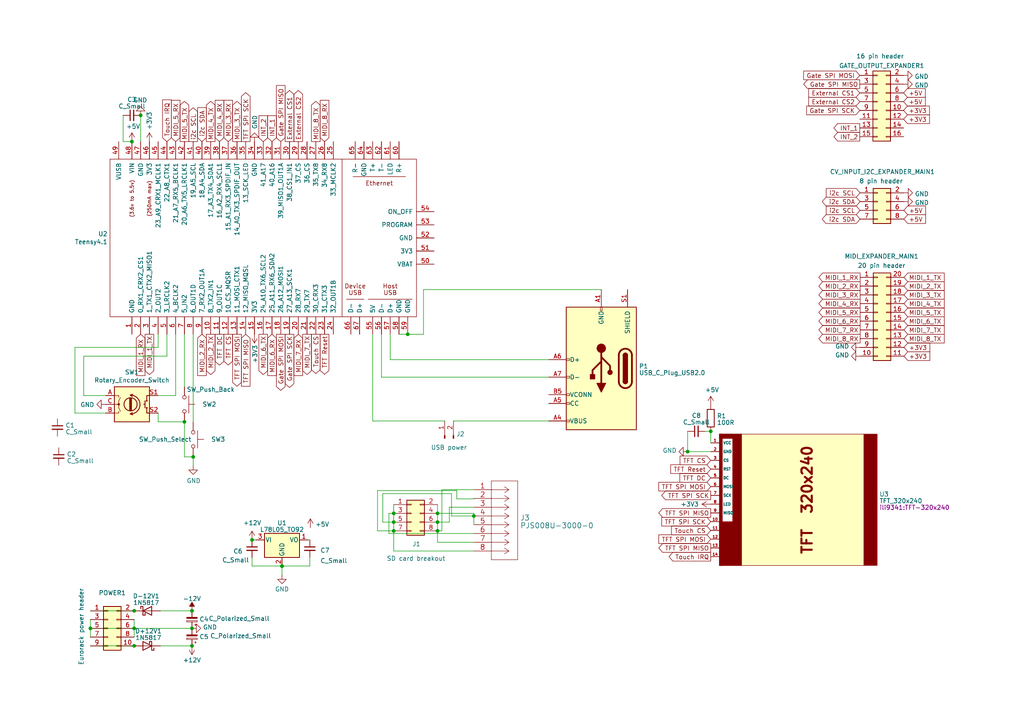
<source format=kicad_sch>
(kicad_sch (version 20230121) (generator eeschema)
  (paper "A4")
  (lib_symbols
    (symbol "2023-04-07_14-22-102:PJS008U-3000-0" (pin_names (offset 0.254) hide)
      (property "Reference" "J" (at 8.89 6.35 0))
      (property "Value" "PJS008U-3000-0" (at 10.16 -10.16 0))
      (symbol "PJS008U-3000-0_1_1"
        (pin bidirectional line (at 0 0 0) (length 5.08) (name "DAT2") (number "1"))
        (pin unspecified line (at 0 -2.54 0) (length 5.08) (name "CD/DAT3") (number "2"))
        (pin unspecified line (at 0 -5.08 0) (length 5.08) (name "CMD") (number "3"))
        (pin power_in line (at 0 -7.62 0) (length 5.08) (name "VDD") (number "4"))
        (pin unspecified line (at 0 -10.16 0) (length 5.08) (name "CLK") (number "5"))
        (pin power_in line (at 0 -12.7 0) (length 5.08) (name "VSS") (number "6"))
        (pin bidirectional line (at 0 -15.24 0) (length 5.08) (name "DAT0") (number "7"))
        (pin bidirectional line (at 0 -17.78 0) (length 5.08) (name "DAT1") (number "8"))
      )
    )
    (symbol "Connector:Conn_01x02_Pin" (pin_names (offset 1.016) hide)
      (property "Reference" "J" (at 0 2.54 0))
      (property "Value" "Conn_01x02_Pin" (at 0 -5.08 0))
      (symbol "Conn_01x02_Pin_1_1"
        (pin passive line (at 5.08 0 180) (length 3.81) (name "Pin_1") (number "1"))
        (pin passive line (at 5.08 -2.54 180) (length 3.81) (name "Pin_2") (number "2"))
      )
    )
    (symbol "Connector:USB_C_Plug_USB2.0" (pin_names (offset 1.016))
      (property "Reference" "P" (at -10.16 19.05 0))
      (property "Value" "USB_C_Plug_USB2.0" (at 12.7 19.05 0))
      (symbol "USB_C_Plug_USB2.0_1_1"
        (pin passive line (at 0 -22.86 90) (length 5.08) (name "GND") (number "A1"))
        (pin passive line (at 0 -22.86 90) (length 5.08) hide (name "GND") (number "A12"))
        (pin passive line (at 15.24 15.24 180) (length 5.08) (name "VBUS") (number "A4"))
        (pin bidirectional line (at 15.24 10.16 180) (length 5.08) (name "CC") (number "A5"))
        (pin bidirectional line (at 15.24 -2.54 180) (length 5.08) (name "D+") (number "A6"))
        (pin bidirectional line (at 15.24 2.54 180) (length 5.08) (name "D-") (number "A7"))
        (pin passive line (at 15.24 15.24 180) (length 5.08) hide (name "VBUS") (number "A9"))
        (pin passive line (at 0 -22.86 90) (length 5.08) hide (name "GND") (number "B1"))
        (pin passive line (at 0 -22.86 90) (length 5.08) hide (name "GND") (number "B12"))
        (pin passive line (at 15.24 15.24 180) (length 5.08) hide (name "VBUS") (number "B4"))
        (pin bidirectional line (at 15.24 7.62 180) (length 5.08) (name "VCONN") (number "B5"))
        (pin passive line (at 15.24 15.24 180) (length 5.08) hide (name "VBUS") (number "B9"))
        (pin passive line (at -7.62 -22.86 90) (length 5.08) (name "SHIELD") (number "S1"))
      )
    )
    (symbol "Connector_Generic:Conn_02x04_Odd_Even" (pin_names (offset 1.016) hide)
      (property "Reference" "J" (at 1.27 5.08 0))
      (property "Value" "Conn_02x04_Odd_Even" (at 1.27 -7.62 0))
      (symbol "Conn_02x04_Odd_Even_1_1"
        (pin passive line (at -5.08 2.54 0) (length 3.81) (name "Pin_1") (number "1"))
        (pin passive line (at 7.62 2.54 180) (length 3.81) (name "Pin_2") (number "2"))
        (pin passive line (at -5.08 0 0) (length 3.81) (name "Pin_3") (number "3"))
        (pin passive line (at 7.62 0 180) (length 3.81) (name "Pin_4") (number "4"))
        (pin passive line (at -5.08 -2.54 0) (length 3.81) (name "Pin_5") (number "5"))
        (pin passive line (at 7.62 -2.54 180) (length 3.81) (name "Pin_6") (number "6"))
        (pin passive line (at -5.08 -5.08 0) (length 3.81) (name "Pin_7") (number "7"))
        (pin passive line (at 7.62 -5.08 180) (length 3.81) (name "Pin_8") (number "8"))
      )
    )
    (symbol "Connector_Generic:Conn_02x05_Odd_Even" (pin_names (offset 1.016) hide)
      (property "Reference" "J" (at 1.27 7.62 0))
      (property "Value" "Conn_02x05_Odd_Even" (at 1.27 -7.62 0))
      (symbol "Conn_02x05_Odd_Even_1_1"
        (pin passive line (at -5.08 5.08 0) (length 3.81) (name "Pin_1") (number "1"))
        (pin passive line (at 7.62 -5.08 180) (length 3.81) (name "Pin_10") (number "10"))
        (pin passive line (at 7.62 5.08 180) (length 3.81) (name "Pin_2") (number "2"))
        (pin passive line (at -5.08 2.54 0) (length 3.81) (name "Pin_3") (number "3"))
        (pin passive line (at 7.62 2.54 180) (length 3.81) (name "Pin_4") (number "4"))
        (pin passive line (at -5.08 0 0) (length 3.81) (name "Pin_5") (number "5"))
        (pin passive line (at 7.62 0 180) (length 3.81) (name "Pin_6") (number "6"))
        (pin passive line (at -5.08 -2.54 0) (length 3.81) (name "Pin_7") (number "7"))
        (pin passive line (at 7.62 -2.54 180) (length 3.81) (name "Pin_8") (number "8"))
        (pin passive line (at -5.08 -5.08 0) (length 3.81) (name "Pin_9") (number "9"))
      )
    )
    (symbol "Connector_Generic:Conn_02x08_Odd_Even" (pin_names (offset 1.016) hide)
      (property "Reference" "J" (at 1.27 10.16 0))
      (property "Value" "Conn_02x08_Odd_Even" (at 1.27 -12.7 0))
      (symbol "Conn_02x08_Odd_Even_1_1"
        (pin passive line (at -5.08 7.62 0) (length 3.81) (name "Pin_1") (number "1"))
        (pin passive line (at 7.62 -2.54 180) (length 3.81) (name "Pin_10") (number "10"))
        (pin passive line (at -5.08 -5.08 0) (length 3.81) (name "Pin_11") (number "11"))
        (pin passive line (at 7.62 -5.08 180) (length 3.81) (name "Pin_12") (number "12"))
        (pin passive line (at -5.08 -7.62 0) (length 3.81) (name "Pin_13") (number "13"))
        (pin passive line (at 7.62 -7.62 180) (length 3.81) (name "Pin_14") (number "14"))
        (pin passive line (at -5.08 -10.16 0) (length 3.81) (name "Pin_15") (number "15"))
        (pin passive line (at 7.62 -10.16 180) (length 3.81) (name "Pin_16") (number "16"))
        (pin passive line (at 7.62 7.62 180) (length 3.81) (name "Pin_2") (number "2"))
        (pin passive line (at -5.08 5.08 0) (length 3.81) (name "Pin_3") (number "3"))
        (pin passive line (at 7.62 5.08 180) (length 3.81) (name "Pin_4") (number "4"))
        (pin passive line (at -5.08 2.54 0) (length 3.81) (name "Pin_5") (number "5"))
        (pin passive line (at 7.62 2.54 180) (length 3.81) (name "Pin_6") (number "6"))
        (pin passive line (at -5.08 0 0) (length 3.81) (name "Pin_7") (number "7"))
        (pin passive line (at 7.62 0 180) (length 3.81) (name "Pin_8") (number "8"))
        (pin passive line (at -5.08 -2.54 0) (length 3.81) (name "Pin_9") (number "9"))
      )
    )
    (symbol "Connector_Generic:Conn_02x10_Counter_Clockwise" (pin_names (offset 1.016) hide)
      (property "Reference" "J" (at 1.27 12.7 0))
      (property "Value" "Conn_02x10_Counter_Clockwise" (at 1.27 -15.24 0))
      (symbol "Conn_02x10_Counter_Clockwise_1_1"
        (pin passive line (at -5.08 10.16 0) (length 3.81) (name "Pin_1") (number "1"))
        (pin passive line (at -5.08 -12.7 0) (length 3.81) (name "Pin_10") (number "10"))
        (pin passive line (at 7.62 -12.7 180) (length 3.81) (name "Pin_11") (number "11"))
        (pin passive line (at 7.62 -10.16 180) (length 3.81) (name "Pin_12") (number "12"))
        (pin passive line (at 7.62 -7.62 180) (length 3.81) (name "Pin_13") (number "13"))
        (pin passive line (at 7.62 -5.08 180) (length 3.81) (name "Pin_14") (number "14"))
        (pin passive line (at 7.62 -2.54 180) (length 3.81) (name "Pin_15") (number "15"))
        (pin passive line (at 7.62 0 180) (length 3.81) (name "Pin_16") (number "16"))
        (pin passive line (at 7.62 2.54 180) (length 3.81) (name "Pin_17") (number "17"))
        (pin passive line (at 7.62 5.08 180) (length 3.81) (name "Pin_18") (number "18"))
        (pin passive line (at 7.62 7.62 180) (length 3.81) (name "Pin_19") (number "19"))
        (pin passive line (at -5.08 7.62 0) (length 3.81) (name "Pin_2") (number "2"))
        (pin passive line (at 7.62 10.16 180) (length 3.81) (name "Pin_20") (number "20"))
        (pin passive line (at -5.08 5.08 0) (length 3.81) (name "Pin_3") (number "3"))
        (pin passive line (at -5.08 2.54 0) (length 3.81) (name "Pin_4") (number "4"))
        (pin passive line (at -5.08 0 0) (length 3.81) (name "Pin_5") (number "5"))
        (pin passive line (at -5.08 -2.54 0) (length 3.81) (name "Pin_6") (number "6"))
        (pin passive line (at -5.08 -5.08 0) (length 3.81) (name "Pin_7") (number "7"))
        (pin passive line (at -5.08 -7.62 0) (length 3.81) (name "Pin_8") (number "8"))
        (pin passive line (at -5.08 -10.16 0) (length 3.81) (name "Pin_9") (number "9"))
      )
    )
    (symbol "Device:C_Polarized_Small" (pin_numbers hide) (pin_names (offset 0.254) hide)
      (property "Reference" "C" (at 0.254 1.778 0))
      (property "Value" "C_Polarized_Small" (at 0.254 -2.032 0))
      (symbol "C_Polarized_Small_1_1"
        (pin passive line (at 0 2.54 270) (length 1.8542) (name "~") (number "1"))
        (pin passive line (at 0 -2.54 90) (length 1.8542) (name "~") (number "2"))
      )
    )
    (symbol "Device:C_Small" (pin_numbers hide) (pin_names (offset 0.254) hide)
      (property "Reference" "C" (at 0.254 1.778 0))
      (property "Value" "C_Small" (at 0.254 -2.032 0))
      (symbol "C_Small_1_1"
        (pin passive line (at 0 2.54 270) (length 2.032) (name "~") (number "1"))
        (pin passive line (at 0 -2.54 90) (length 2.032) (name "~") (number "2"))
      )
    )
    (symbol "Device:R" (pin_numbers hide) (pin_names (offset 0))
      (property "Reference" "R" (at 2.032 0 90))
      (property "Value" "R" (at 0 0 90))
      (symbol "R_1_1"
        (pin passive line (at 0 3.81 270) (length 1.27) (name "~") (number "1"))
        (pin passive line (at 0 -3.81 90) (length 1.27) (name "~") (number "2"))
      )
    )
    (symbol "Diode:1N5817" (pin_numbers hide) (pin_names (offset 1.016) hide)
      (property "Reference" "D" (at 0 2.54 0))
      (property "Value" "1N5817" (at 0 -2.54 0))
      (symbol "1N5817_1_1"
        (pin passive line (at -3.81 0 0) (length 2.54) (name "K") (number "1"))
        (pin passive line (at 3.81 0 180) (length 2.54) (name "A") (number "2"))
      )
    )
    (symbol "Regulator_Linear:L78L05_TO92" (pin_names (offset 0.254))
      (property "Reference" "U" (at -3.81 3.175 0))
      (property "Value" "L78L05_TO92" (at 0 3.175 0))
      (symbol "L78L05_TO92_1_1"
        (pin power_out line (at 7.62 0 180) (length 2.54) (name "VO") (number "1"))
        (pin power_in line (at 0 -7.62 90) (length 2.54) (name "GND") (number "2"))
        (pin power_in line (at -7.62 0 0) (length 2.54) (name "VI") (number "3"))
      )
    )
    (symbol "Switch:SW_Push" (pin_numbers hide) (pin_names (offset 1.016) hide)
      (property "Reference" "SW" (at 1.27 2.54 0))
      (property "Value" "SW_Push" (at 0 -1.524 0))
      (symbol "SW_Push_0_1"
        (pin passive line (at -5.08 0 0) (length 2.54) (name "1") (number "1"))
        (pin passive line (at 5.08 0 180) (length 2.54) (name "2") (number "2"))
      )
    )
    (symbol "power:+12V" (power) (pin_names (offset 0))
      (property "Value" "+12V" (at 0 3.556 0))
      (symbol "+12V_1_1"
        (pin power_in line (at 0 0 90) (length 0) hide (name "+12V") (number "1"))
      )
    )
    (symbol "power:+3V3" (power) (pin_names (offset 0))
      (property "Value" "+3V3" (at 0 3.556 0))
      (symbol "+3V3_1_1"
        (pin power_in line (at 0 0 90) (length 0) hide (name "+3V3") (number "1"))
      )
    )
    (symbol "power:+5V" (power) (pin_names (offset 0))
      (property "Value" "+5V" (at 0 3.556 0))
      (symbol "+5V_1_1"
        (pin power_in line (at 0 0 90) (length 0) hide (name "+5V") (number "1"))
      )
    )
    (symbol "power:-12V" (power) (pin_names (offset 0))
      (property "Value" "-12V" (at 0 3.81 0))
      (symbol "-12V_0_0"
        (pin power_in line (at 0 0 90) (length 0) hide (name "-12V") (number "1"))
      )
    )
    (symbol "power:GND" (power) (pin_names (offset 0))
      (property "Value" "GND" (at 0 -3.81 0))
      (symbol "GND_1_1"
        (pin power_in line (at 0 0 270) (length 0) hide (name "GND") (number "1"))
      )
    )
    (symbol "tft_320x240:TFT_320x240" (pin_names (offset 1.016))
      (property "Reference" "U?" (at 20.32 25.4001 0))
      (property "Value" "TFT_320x240" (at 20.32 22.8601 0))
      (property "Footprint" "z_Devices:TFT-320x240" (at 20.32 20.3201 0))
      (symbol "TFT_320x240_0_0"
        (text "TFT  320x240" (at 0 25.4 0) (effects (font (size 2.9972 2.9972) bold)))
      )
      (symbol "TFT_320x240_1_1"
        (pin power_in line (at -16.51 -2.54 90) (length 2.54) (name "VCC") (number "1"))
        (pin bidirectional line (at 6.35 -2.54 90) (length 2.54) (name "~") (number "10"))
        (pin bidirectional line (at 8.89 -2.54 90) (length 2.54) (name "~") (number "11"))
        (pin bidirectional line (at 11.43 -2.54 90) (length 2.54) (name "~") (number "12"))
        (pin bidirectional line (at 13.97 -2.54 90) (length 2.54) (name "~") (number "13"))
        (pin bidirectional line (at 16.51 -2.54 90) (length 2.54) (name "~") (number "14"))
        (pin bidirectional line (at -13.97 -2.54 90) (length 2.54) (name "GND") (number "2"))
        (pin bidirectional line (at -11.43 -2.54 90) (length 2.54) (name "CS") (number "3"))
        (pin bidirectional line (at -8.89 -2.54 90) (length 2.54) (name "RST") (number "4"))
        (pin bidirectional line (at -6.35 -2.54 90) (length 2.54) (name "DC") (number "5"))
        (pin bidirectional line (at -3.81 -2.54 90) (length 2.54) (name "MOSI") (number "6"))
        (pin bidirectional line (at -1.27 -2.54 90) (length 2.54) (name "SCK") (number "7"))
        (pin power_in line (at 1.27 -2.54 90) (length 2.54) (name "LED") (number "8"))
        (pin bidirectional line (at 3.81 -2.54 90) (length 2.54) (name "MISO") (number "9"))
      )
    )
    (symbol "usb_midi_clocker circuits-rescue:Rotary_Encoder_Switch-Device" (pin_names (offset 0.254) hide)
      (property "Reference" "SW" (at 0 6.604 0))
      (property "Value" "Device_Rotary_Encoder_Switch" (at 0 -6.604 0))
      (symbol "Rotary_Encoder_Switch-Device_1_1"
        (pin passive line (at -7.62 2.54 0) (length 2.54) (name "A") (number "A"))
        (pin passive line (at -7.62 -2.54 0) (length 2.54) (name "B") (number "B"))
        (pin passive line (at -7.62 0 0) (length 2.54) (name "C") (number "C"))
        (pin passive line (at 7.62 2.54 180) (length 2.54) (name "S1") (number "S1"))
        (pin passive line (at 7.62 -2.54 180) (length 2.54) (name "S2") (number "S2"))
      )
    )
    (symbol "usb_midi_clocker circuits-rescue:Teensy4.1-teensy" (pin_names (offset 1.016))
      (property "Reference" "U" (at 0 64.77 0))
      (property "Value" "teensy_Teensy4.1" (at 0 62.23 0))
      (symbol "Teensy4.1-teensy_0_0"
        (text "(250mA max)" (at 11.43 49.53 0) (effects (font (size 1.016 1.016))))
        (text "(3.6v to 5.5v)" (at 11.43 54.61 0) (effects (font (size 1.016 1.016))))
        (text "Device" (at -13.97 -10.16 900) (effects (font (size 1.27 1.27))))
        (text "Ethernet" (at 15.875 -17.145 900) (effects (font (size 1.27 1.27))))
        (text "Host" (at -13.97 -20.32 900) (effects (font (size 1.27 1.27))))
        (text "USB" (at -15.875 -20.32 900) (effects (font (size 1.27 1.27))))
        (text "USB" (at -15.875 -10.16 900) (effects (font (size 1.27 1.27))))
        (pin bidirectional line (at -27.94 31.75 0) (length 5.08) (name "8_TX2_IN1") (number "10"))
        (pin bidirectional line (at -27.94 29.21 0) (length 5.08) (name "9_OUT1C") (number "11"))
        (pin bidirectional line (at -27.94 26.67 0) (length 5.08) (name "10_CS_MQSR") (number "12"))
        (pin bidirectional line (at -27.94 24.13 0) (length 5.08) (name "11_MOSI_CTX1") (number "13"))
        (pin bidirectional line (at -27.94 21.59 0) (length 5.08) (name "12_MISO_MQSL") (number "14"))
        (pin power_in line (at -27.94 19.05 0) (length 5.08) (name "3V3") (number "15"))
        (pin bidirectional line (at -27.94 16.51 0) (length 5.08) (name "24_A10_TX6_SCL2") (number "16"))
        (pin bidirectional line (at -27.94 13.97 0) (length 5.08) (name "25_A11_RX6_SDA2") (number "17"))
        (pin bidirectional line (at -27.94 11.43 0) (length 5.08) (name "26_A12_MOSI1") (number "18"))
        (pin bidirectional line (at -27.94 8.89 0) (length 5.08) (name "27_A13_SCK1") (number "19"))
        (pin bidirectional line (at -27.94 6.35 0) (length 5.08) (name "28_RX7") (number "20"))
        (pin bidirectional line (at -27.94 3.81 0) (length 5.08) (name "29_TX7") (number "21"))
        (pin bidirectional line (at -27.94 1.27 0) (length 5.08) (name "30_CRX3") (number "22"))
        (pin bidirectional line (at -27.94 -1.27 0) (length 5.08) (name "31_CTX3") (number "23"))
        (pin bidirectional line (at -27.94 -3.81 0) (length 5.08) (name "32_OUT1B") (number "24"))
        (pin bidirectional line (at 27.94 -3.81 180) (length 5.08) (name "33_MCLK2") (number "25"))
        (pin bidirectional line (at 27.94 -1.27 180) (length 5.08) (name "34_RX8") (number "26"))
        (pin bidirectional line (at 27.94 1.27 180) (length 5.08) (name "35_TX8") (number "27"))
        (pin bidirectional line (at 27.94 3.81 180) (length 5.08) (name "36_CS") (number "28"))
        (pin bidirectional line (at 27.94 6.35 180) (length 5.08) (name "37_CS") (number "29"))
        (pin bidirectional line (at 27.94 8.89 180) (length 5.08) (name "38_CS1_IN1") (number "30"))
        (pin bidirectional line (at 27.94 11.43 180) (length 5.08) (name "39_MISO1_OUT1A") (number "31"))
        (pin bidirectional line (at 27.94 13.97 180) (length 5.08) (name "40_A16") (number "32"))
        (pin bidirectional line (at 27.94 16.51 180) (length 5.08) (name "41_A17") (number "33"))
        (pin bidirectional line (at 27.94 21.59 180) (length 5.08) (name "13_SCK_LED") (number "35"))
        (pin bidirectional line (at 27.94 24.13 180) (length 5.08) (name "14_A0_TX3_SPDIF_OUT") (number "36"))
        (pin bidirectional line (at 27.94 26.67 180) (length 5.08) (name "15_A1_RX3_SPDIF_IN") (number "37"))
        (pin bidirectional line (at 27.94 29.21 180) (length 5.08) (name "16_A2_RX4_SCL1") (number "38"))
        (pin bidirectional line (at 27.94 31.75 180) (length 5.08) (name "17_A3_TX4_SDA1") (number "39"))
        (pin bidirectional line (at 27.94 34.29 180) (length 5.08) (name "18_A4_SDA") (number "40"))
        (pin bidirectional line (at 27.94 36.83 180) (length 5.08) (name "19_A5_SCL") (number "41"))
        (pin bidirectional line (at 27.94 39.37 180) (length 5.08) (name "20_A6_TX5_LRCLK1") (number "42"))
        (pin bidirectional line (at 27.94 41.91 180) (length 5.08) (name "21_A7_RX5_BCLK1") (number "43"))
        (pin bidirectional line (at 27.94 44.45 180) (length 5.08) (name "22_A8_CTX1") (number "44"))
        (pin bidirectional line (at 27.94 46.99 180) (length 5.08) (name "23_A9_CRX1_MCLK1") (number "45"))
        (pin output line (at 27.94 49.53 180) (length 5.08) (name "3V3") (number "46"))
        (pin output line (at 27.94 52.07 180) (length 5.08) (name "GND") (number "47"))
        (pin power_in line (at 27.94 54.61 180) (length 5.08) (name "VIN") (number "48"))
        (pin power_out line (at 27.94 58.42 180) (length 5.08) (name "VUSB") (number "49"))
        (pin bidirectional line (at -27.94 44.45 0) (length 5.08) (name "3_LRCLK2") (number "5"))
        (pin power_in line (at -7.62 -33.02 90) (length 5.08) (name "VBAT") (number "50"))
        (pin power_in line (at -3.81 -33.02 90) (length 5.08) (name "3V3") (number "51"))
        (pin input line (at 0 -33.02 90) (length 5.08) (name "GND") (number "52"))
        (pin input line (at 3.81 -33.02 90) (length 5.08) (name "PROGRAM") (number "53"))
        (pin input line (at 7.62 -33.02 90) (length 5.08) (name "ON_OFF") (number "54"))
        (pin power_out line (at -27.94 -15.24 0) (length 5.08) (name "5V") (number "55"))
        (pin bidirectional line (at -27.94 -17.78 0) (length 5.08) (name "D-") (number "56"))
        (pin bidirectional line (at -27.94 -20.32 0) (length 5.08) (name "D+") (number "57"))
        (pin power_in line (at -27.94 -22.86 0) (length 5.08) (name "GND") (number "58"))
        (pin power_in line (at -27.94 -25.4 0) (length 5.08) (name "GND") (number "59"))
        (pin bidirectional line (at -27.94 41.91 0) (length 5.08) (name "4_BCLK2") (number "6"))
        (pin bidirectional line (at 27.94 -22.86 180) (length 5.08) (name "R+") (number "60"))
        (pin bidirectional line (at 27.94 -20.32 180) (length 5.08) (name "LED") (number "61"))
        (pin bidirectional line (at 27.94 -17.78 180) (length 5.08) (name "T-") (number "62"))
        (pin bidirectional line (at 27.94 -15.24 180) (length 5.08) (name "T+") (number "63"))
        (pin power_in line (at 27.94 -12.7 180) (length 5.08) (name "GND") (number "64"))
        (pin bidirectional line (at 27.94 -10.16 180) (length 5.08) (name "R-") (number "65"))
        (pin bidirectional line (at -27.94 -8.89 0) (length 5.08) (name "D-") (number "66"))
        (pin bidirectional line (at -27.94 -11.43 0) (length 5.08) (name "D+") (number "67"))
        (pin bidirectional line (at -27.94 39.37 0) (length 5.08) (name "5_IN2") (number "7"))
        (pin bidirectional line (at -27.94 36.83 0) (length 5.08) (name "6_OUT1D") (number "8"))
        (pin bidirectional line (at -27.94 34.29 0) (length 5.08) (name "7_RX2_OUT1A") (number "9"))
      )
      (symbol "Teensy4.1-teensy_1_1"
        (pin power_in line (at -27.94 54.61 0) (length 5.08) (name "GND") (number "1"))
        (pin bidirectional line (at -27.94 52.07 0) (length 5.08) (name "0_RX1_CRX2_CS1") (number "2"))
        (pin bidirectional line (at -27.94 49.53 0) (length 5.08) (name "1_TX1_CTX2_MISO1") (number "3"))
        (pin power_in line (at 27.94 19.05 180) (length 5.08) (name "GND") (number "34"))
        (pin bidirectional line (at -27.94 46.99 0) (length 5.08) (name "2_OUT2") (number "4"))
      )
    )
  )
  (junction (at 55.6768 177.165))
  (junction (at 118.2624 96.9518))
  (junction (at 55.6768 187.325))
  (junction (at 81.788 164.211))
  (junction (at 126.8984 148.8948))
  (junction (at 126.8984 153.9748))
  (junction (at 81.788 164.1602))
  (junction (at 38.9128 182.245))
  (junction (at 114.1984 153.9748))
  (junction (at 40.7924 33.4518))
  (junction (at 53.4924 122.3518))
  (junction (at 38.2524 41.0718))
  (junction (at 73.1012 156.591))
  (junction (at 206.1464 125.095))
  (junction (at 56.0324 132.5118))
  (junction (at 38.9128 187.325))
  (junction (at 55.6768 182.245))
  (junction (at 38.9128 177.165))
  (junction (at 199.4408 130.9878))
  (junction (at 126.8984 151.4348))
  (junction (at 114.1984 151.4348))
  (junction (at 114.1984 148.8948))
  (junction (at 137.4394 149.6568))
  (junction (at 26.2128 182.245))
  (wire (pts (xy 126.8984 153.9748) (xy 128.1684 153.9748)))
  (wire (pts (xy 137.4394 148.8948) (xy 137.4394 149.6568)))
  (wire (pts (xy 122.8344 83.9978) (xy 122.8344 96.9518)))
  (wire (pts (xy 38.9128 179.705) (xy 38.9128 182.245)))
  (wire (pts (xy 126.8984 151.4348) (xy 130.3274 151.4348)))
  (wire (pts (xy 174.3964 83.9978) (xy 122.8344 83.9978)))
  (wire (pts (xy 73.1012 156.591) (xy 74.168 156.591)))
  (wire (pts (xy 130.3274 147.1168) (xy 137.4394 147.1168)))
  (wire (pts (xy 24.2824 114.7318) (xy 30.6324 114.7318)))
  (wire (pts (xy 204.5208 125.095) (xy 206.1464 125.095)))
  (wire (pts (xy 109.4994 142.2908) (xy 132.4864 142.2908)))
  (wire (pts (xy 126.8984 157.2768) (xy 137.4394 157.2768)))
  (wire (pts (xy 81.788 164.1602) (xy 81.788 164.211)))
  (wire (pts (xy 110.6424 109.3978) (xy 159.1564 109.3978)))
  (wire (pts (xy 89.8652 164.1602) (xy 81.788 164.1602)))
  (wire (pts (xy 46.5328 187.325) (xy 55.6768 187.325)))
  (wire (pts (xy 114.1984 151.4348) (xy 114.1984 153.9748)))
  (wire (pts (xy 112.8014 148.8948) (xy 112.8014 154.7368)))
  (wire (pts (xy 26.2128 182.245) (xy 38.9128 182.245)))
  (wire (pts (xy 199.4408 125.095) (xy 199.4408 130.9878)))
  (wire (pts (xy 114.1984 159.8168) (xy 137.4394 159.8168)))
  (wire (pts (xy 126.8984 153.9748) (xy 126.8984 157.2768)))
  (wire (pts (xy 73.1012 161.671) (xy 73.1012 164.1602)))
  (wire (pts (xy 132.4864 144.7038) (xy 137.4394 144.7038)))
  (wire (pts (xy 35.7124 41.0718) (xy 38.2524 41.0718)))
  (wire (pts (xy 114.1984 151.4348) (xy 111.0234 151.4348)))
  (wire (pts (xy 56.0324 132.5118) (xy 56.0324 135.0518)))
  (wire (pts (xy 114.1984 146.3548) (xy 114.1984 148.8948)))
  (wire (pts (xy 45.8724 122.3518) (xy 53.4924 122.3518)))
  (wire (pts (xy 109.4994 153.9748) (xy 109.4994 142.2908)))
  (wire (pts (xy 26.2128 187.325) (xy 38.9128 187.325)))
  (wire (pts (xy 38.9128 182.245) (xy 38.9128 184.785)))
  (wire (pts (xy 131.5212 122.0978) (xy 159.1564 122.0978)))
  (wire (pts (xy 114.1984 148.8948) (xy 112.8014 148.8948)))
  (wire (pts (xy 26.2128 177.165) (xy 38.9128 177.165)))
  (wire (pts (xy 45.8724 100.7618) (xy 21.7424 100.7618)))
  (wire (pts (xy 132.4864 142.2908) (xy 132.4864 144.7038)))
  (wire (pts (xy 73.1012 164.1602) (xy 81.788 164.1602)))
  (wire (pts (xy 112.8014 154.7368) (xy 137.4394 154.7368)))
  (wire (pts (xy 50.9524 96.9518) (xy 50.9524 114.7318)))
  (wire (pts (xy 45.8724 119.8118) (xy 45.8724 122.3518)))
  (wire (pts (xy 53.4924 132.5118) (xy 56.0324 132.5118)))
  (wire (pts (xy 128.1684 142.0368) (xy 137.4394 142.0368)))
  (wire (pts (xy 126.8984 146.3548) (xy 126.8984 148.8948)))
  (wire (pts (xy 89.8652 161.671) (xy 89.8652 164.1602)))
  (wire (pts (xy 21.7424 119.8118) (xy 30.6324 119.8118)))
  (wire (pts (xy 21.7424 100.7618) (xy 21.7424 119.8118)))
  (wire (pts (xy 38.9128 182.245) (xy 55.6768 182.245)))
  (wire (pts (xy 108.1024 122.0978) (xy 108.1024 96.9518)))
  (wire (pts (xy 45.8724 96.9518) (xy 45.8724 100.7618)))
  (wire (pts (xy 110.6424 96.9518) (xy 110.6424 109.3978)))
  (wire (pts (xy 56.0324 96.9518) (xy 56.0324 122.3518)))
  (wire (pts (xy 35.7124 33.4518) (xy 35.7124 41.0718)))
  (wire (pts (xy 48.4124 103.3018) (xy 24.2824 103.3018)))
  (wire (pts (xy 46.5328 177.165) (xy 55.6768 177.165)))
  (wire (pts (xy 81.788 164.211) (xy 81.788 166.751)))
  (wire (pts (xy 53.4924 96.9518) (xy 53.4924 112.1918)))
  (wire (pts (xy 111.0234 151.4348) (xy 111.0234 143.1798)))
  (wire (pts (xy 126.8984 148.8948) (xy 126.8984 151.4348)))
  (wire (pts (xy 113.1824 104.3178) (xy 113.1824 96.9518)))
  (wire (pts (xy 128.9812 122.0978) (xy 108.1024 122.0978)))
  (wire (pts (xy 114.1984 148.8948) (xy 114.1984 151.4348)))
  (wire (pts (xy 122.8344 96.9518) (xy 118.2624 96.9518)))
  (wire (pts (xy 111.0234 143.1798) (xy 130.9624 143.1798)))
  (wire (pts (xy 24.2824 103.3018) (xy 24.2824 114.7318)))
  (wire (pts (xy 89.408 156.591) (xy 89.8652 156.591)))
  (wire (pts (xy 130.9624 149.6568) (xy 137.4394 149.6568)))
  (wire (pts (xy 126.8984 148.8948) (xy 137.4394 148.8948)))
  (wire (pts (xy 114.1984 153.9748) (xy 114.1984 159.8168)))
  (wire (pts (xy 128.1684 153.9748) (xy 128.1684 142.0368)))
  (wire (pts (xy 40.7924 33.4518) (xy 40.7924 41.0718)))
  (wire (pts (xy 48.4124 96.9518) (xy 48.4124 103.3018)))
  (wire (pts (xy 130.3274 151.4348) (xy 130.3274 147.1168)))
  (wire (pts (xy 114.1984 153.9748) (xy 109.4994 153.9748)))
  (wire (pts (xy 206.1464 125.095) (xy 206.1464 128.4478)))
  (wire (pts (xy 130.9624 143.1798) (xy 130.9624 149.6568)))
  (wire (pts (xy 26.2128 179.705) (xy 26.2128 182.245)))
  (wire (pts (xy 26.2128 182.245) (xy 26.2128 184.785)))
  (wire (pts (xy 159.1564 104.3178) (xy 113.1824 104.3178)))
  (wire (pts (xy 53.4924 122.3518) (xy 53.4924 132.5118)))
  (wire (pts (xy 137.4394 144.7038) (xy 137.4394 144.5768)))
  (wire (pts (xy 126.8984 151.4348) (xy 126.8984 153.9748)))
  (wire (pts (xy 118.2624 96.9518) (xy 115.7224 96.9518)))
  (wire (pts (xy 199.4408 130.9878) (xy 206.1464 130.9878)))
  (wire (pts (xy 50.9524 114.7318) (xy 45.8724 114.7318)))
  (wire (pts (xy 137.4394 149.6568) (xy 137.4394 152.1968)))
  (global_label "i2c SDA" (shape input) (at 58.5724 41.0718 90) (property "Intersheetrefs" "${INTERSHEET_REFS}" (effects hide)))
  (global_label "TFT SPI MOSI" (shape input) (at 206.1464 141.1478 180) (property "Intersheetrefs" "${INTERSHEET_REFS}" (effects hide)))
  (global_label "MIDI_2_RX" (shape input) (at 58.5724 96.9518 270) (property "Intersheetrefs" "${INTERSHEET_REFS}" (effects hide)))
  (global_label "TFT SPI MOSI" (shape output) (at 68.7324 96.9518 270) (property "Intersheetrefs" "${INTERSHEET_REFS}" (effects hide)))
  (global_label "MIDI_2_TX" (shape output) (at 61.1124 96.9518 270) (property "Intersheetrefs" "${INTERSHEET_REFS}" (effects hide)))
  (global_label "MIDI_5_TX" (shape output) (at 53.4924 41.0718 90) (property "Intersheetrefs" "${INTERSHEET_REFS}" (effects hide)))
  (global_label "MIDI_6_RX" (shape input) (at 78.8924 96.9518 270) (property "Intersheetrefs" "${INTERSHEET_REFS}" (effects hide)))
  (global_label "MIDI_3_TX" (shape output) (at 68.7324 41.0718 90) (property "Intersheetrefs" "${INTERSHEET_REFS}" (effects hide)))
  (global_label "MIDI_5_TX" (shape input) (at 262.1788 90.6018 0) (property "Intersheetrefs" "${INTERSHEET_REFS}" (effects hide)))
  (global_label "External CS2" (shape output) (at 86.5124 41.0718 90) (property "Intersheetrefs" "${INTERSHEET_REFS}" (effects hide)))
  (global_label "TFT SPI MISO" (shape input) (at 71.2724 96.9518 270) (property "Intersheetrefs" "${INTERSHEET_REFS}" (effects hide)))
  (global_label "i2c SCL" (shape output) (at 56.0324 41.0718 90) (property "Intersheetrefs" "${INTERSHEET_REFS}" (effects hide)))
  (global_label "MIDI_1_RX" (shape output) (at 249.4788 80.4418 180) (property "Intersheetrefs" "${INTERSHEET_REFS}" (effects hide)))
  (global_label "Touch CS" (shape output) (at 91.5924 96.9518 270) (property "Intersheetrefs" "${INTERSHEET_REFS}" (effects hide)))
  (global_label "Gate SPI MOSI" (shape input) (at 249.3772 21.8694 180) (property "Intersheetrefs" "${INTERSHEET_REFS}" (effects hide)))
  (global_label "MIDI_7_TX" (shape input) (at 262.1788 95.6818 0) (property "Intersheetrefs" "${INTERSHEET_REFS}" (effects hide)))
  (global_label "+3V3" (shape input) (at 262.1788 100.7618 0) (property "Intersheetrefs" "${INTERSHEET_REFS}" (effects hide)))
  (global_label "+5V" (shape input) (at 262.1534 63.5508 0) (property "Intersheetrefs" "${INTERSHEET_REFS}" (effects hide)))
  (global_label "TFT CS" (shape output) (at 66.1924 96.9518 270) (property "Intersheetrefs" "${INTERSHEET_REFS}" (effects hide)))
  (global_label "Gate SPI MISO" (shape output) (at 249.3772 24.4094 180) (property "Intersheetrefs" "${INTERSHEET_REFS}" (effects hide)))
  (global_label "MIDI_6_RX" (shape output) (at 249.4788 93.1418 180) (property "Intersheetrefs" "${INTERSHEET_REFS}" (effects hide)))
  (global_label "i2c SDA" (shape bidirectional) (at 249.4534 63.5508 180) (property "Intersheetrefs" "${INTERSHEET_REFS}" (effects hide)))
  (global_label "External CS2" (shape input) (at 249.3772 29.4894 180) (property "Intersheetrefs" "${INTERSHEET_REFS}" (effects hide)))
  (global_label "External CS1" (shape input) (at 249.3772 26.9494 180) (property "Intersheetrefs" "${INTERSHEET_REFS}" (effects hide)))
  (global_label "INT_1" (shape input) (at 78.8924 41.0718 90) (property "Intersheetrefs" "${INTERSHEET_REFS}" (effects hide)))
  (global_label "MIDI_1_TX" (shape output) (at 43.3324 96.9518 270) (property "Intersheetrefs" "${INTERSHEET_REFS}" (effects hide)))
  (global_label "MIDI_5_RX" (shape output) (at 249.4788 90.6018 180) (property "Intersheetrefs" "${INTERSHEET_REFS}" (effects hide)))
  (global_label "TFT SPI SCK" (shape output) (at 206.1464 143.6878 180) (property "Intersheetrefs" "${INTERSHEET_REFS}" (effects hide)))
  (global_label "+5V" (shape input) (at 262.0772 29.4894 0) (property "Intersheetrefs" "${INTERSHEET_REFS}" (effects hide)))
  (global_label "TFT SPI MISO" (shape output) (at 206.1464 148.7678 180) (property "Intersheetrefs" "${INTERSHEET_REFS}" (effects hide)))
  (global_label "Gate SPI SCK" (shape input) (at 249.3772 32.0294 180) (property "Intersheetrefs" "${INTERSHEET_REFS}" (effects hide)))
  (global_label "MIDI_2_RX" (shape output) (at 249.4788 82.9818 180) (property "Intersheetrefs" "${INTERSHEET_REFS}" (effects hide)))
  (global_label "TFT SPI SCK" (shape output) (at 71.2724 41.0718 90) (property "Intersheetrefs" "${INTERSHEET_REFS}" (effects hide)))
  (global_label "TFT SPI SCK" (shape input) (at 206.1464 151.3078 180) (property "Intersheetrefs" "${INTERSHEET_REFS}" (effects hide)))
  (global_label "MIDI_5_RX" (shape input) (at 50.9524 41.0718 90) (property "Intersheetrefs" "${INTERSHEET_REFS}" (effects hide)))
  (global_label "MIDI_7_TX" (shape output) (at 89.0524 96.9518 270) (property "Intersheetrefs" "${INTERSHEET_REFS}" (effects hide)))
  (global_label "TFT SPI MISO" (shape output) (at 206.1464 158.9278 180) (property "Intersheetrefs" "${INTERSHEET_REFS}" (effects hide)))
  (global_label "i2c SDA" (shape bidirectional) (at 249.4534 58.4708 180) (property "Intersheetrefs" "${INTERSHEET_REFS}" (effects hide)))
  (global_label "MIDI_4_TX" (shape output) (at 61.1124 41.0718 90) (property "Intersheetrefs" "${INTERSHEET_REFS}" (effects hide)))
  (global_label "MIDI_3_TX" (shape input) (at 262.1788 85.5218 0) (property "Intersheetrefs" "${INTERSHEET_REFS}" (effects hide)))
  (global_label "+3V3" (shape input) (at 262.0772 32.0294 0) (property "Intersheetrefs" "${INTERSHEET_REFS}" (effects hide)))
  (global_label "MIDI_2_TX" (shape input) (at 262.1788 82.9818 0) (property "Intersheetrefs" "${INTERSHEET_REFS}" (effects hide)))
  (global_label "TFT DC" (shape input) (at 206.1464 138.6078 180) (property "Intersheetrefs" "${INTERSHEET_REFS}" (effects hide)))
  (global_label "i2c SCL" (shape input) (at 249.4534 55.9308 180) (property "Intersheetrefs" "${INTERSHEET_REFS}" (effects hide)))
  (global_label "+5V" (shape input) (at 262.0772 26.9494 0) (property "Intersheetrefs" "${INTERSHEET_REFS}" (effects hide)))
  (global_label "INT_2" (shape output) (at 249.3772 39.6494 180) (property "Intersheetrefs" "${INTERSHEET_REFS}" (effects hide)))
  (global_label "Gate SPI MISO" (shape input) (at 81.4324 41.0718 90) (property "Intersheetrefs" "${INTERSHEET_REFS}" (effects hide)))
  (global_label "MIDI_6_TX" (shape output) (at 76.3524 96.9518 270) (property "Intersheetrefs" "${INTERSHEET_REFS}" (effects hide)))
  (global_label "TFT DC" (shape output) (at 63.6524 96.9518 270) (property "Intersheetrefs" "${INTERSHEET_REFS}" (effects hide)))
  (global_label "MIDI_4_RX" (shape input) (at 63.6524 41.0718 90) (property "Intersheetrefs" "${INTERSHEET_REFS}" (effects hide)))
  (global_label "MIDI_8_TX" (shape output) (at 91.5924 41.0718 90) (property "Intersheetrefs" "${INTERSHEET_REFS}" (effects hide)))
  (global_label "INT_2" (shape input) (at 76.3524 41.0718 90) (property "Intersheetrefs" "${INTERSHEET_REFS}" (effects hide)))
  (global_label "MIDI_8_TX" (shape input) (at 262.1788 98.2218 0) (property "Intersheetrefs" "${INTERSHEET_REFS}" (effects hide)))
  (global_label "+5V" (shape input) (at 262.1534 61.0108 0) (property "Intersheetrefs" "${INTERSHEET_REFS}" (effects hide)))
  (global_label "Gate SPI MOSI" (shape output) (at 81.4324 96.9518 270) (property "Intersheetrefs" "${INTERSHEET_REFS}" (effects hide)))
  (global_label "+3V3" (shape input) (at 262.0772 34.5694 0) (property "Intersheetrefs" "${INTERSHEET_REFS}" (effects hide)))
  (global_label "TFT CS" (shape input) (at 206.1464 133.5278 180) (property "Intersheetrefs" "${INTERSHEET_REFS}" (effects hide)))
  (global_label "i2c SCL" (shape input) (at 249.4534 61.0108 180) (property "Intersheetrefs" "${INTERSHEET_REFS}" (effects hide)))
  (global_label "+3V3" (shape input) (at 262.1788 103.3018 0) (property "Intersheetrefs" "${INTERSHEET_REFS}" (effects hide)))
  (global_label "External CS1" (shape output) (at 83.9724 41.0718 90) (property "Intersheetrefs" "${INTERSHEET_REFS}" (effects hide)))
  (global_label "MIDI_7_RX" (shape input) (at 86.5124 96.9518 270) (property "Intersheetrefs" "${INTERSHEET_REFS}" (effects hide)))
  (global_label "Gate SPI SCK" (shape output) (at 83.9724 96.9518 270) (property "Intersheetrefs" "${INTERSHEET_REFS}" (effects hide)))
  (global_label "TFT Reset" (shape input) (at 206.1464 136.0678 180) (property "Intersheetrefs" "${INTERSHEET_REFS}" (effects hide)))
  (global_label "Touch IRQ" (shape input) (at 48.4124 41.0718 90) (property "Intersheetrefs" "${INTERSHEET_REFS}" (effects hide)))
  (global_label "MIDI_1_TX" (shape input) (at 262.1788 80.4418 0) (property "Intersheetrefs" "${INTERSHEET_REFS}" (effects hide)))
  (global_label "MIDI_6_TX" (shape input) (at 262.1788 93.1418 0) (property "Intersheetrefs" "${INTERSHEET_REFS}" (effects hide)))
  (global_label "Touch CS" (shape input) (at 206.1464 153.8478 180) (property "Intersheetrefs" "${INTERSHEET_REFS}" (effects hide)))
  (global_label "Touch IRQ" (shape output) (at 206.1464 161.4678 180) (property "Intersheetrefs" "${INTERSHEET_REFS}" (effects hide)))
  (global_label "MIDI_3_RX" (shape output) (at 249.4788 85.5218 180) (property "Intersheetrefs" "${INTERSHEET_REFS}" (effects hide)))
  (global_label "MIDI_8_RX" (shape output) (at 249.4788 98.2218 180) (property "Intersheetrefs" "${INTERSHEET_REFS}" (effects hide)))
  (global_label "MIDI_8_RX" (shape input) (at 94.1324 41.0718 90) (property "Intersheetrefs" "${INTERSHEET_REFS}" (effects hide)))
  (global_label "TFT Reset" (shape output) (at 94.1324 96.9518 270) (property "Intersheetrefs" "${INTERSHEET_REFS}" (effects hide)))
  (global_label "INT_1" (shape output) (at 249.3772 37.1094 180) (property "Intersheetrefs" "${INTERSHEET_REFS}" (effects hide)))
  (global_label "TFT SPI MOSI" (shape input) (at 206.1464 156.3878 180) (property "Intersheetrefs" "${INTERSHEET_REFS}" (effects hide)))
  (global_label "MIDI_1_RX" (shape input) (at 40.7924 96.9518 270) (property "Intersheetrefs" "${INTERSHEET_REFS}" (effects hide)))
  (global_label "MIDI_7_RX" (shape output) (at 249.4788 95.6818 180) (property "Intersheetrefs" "${INTERSHEET_REFS}" (effects hide)))
  (global_label "MIDI_4_RX" (shape output) (at 249.4788 88.0618 180) (property "Intersheetrefs" "${INTERSHEET_REFS}" (effects hide)))
  (global_label "MIDI_4_TX" (shape input) (at 262.1788 88.0618 0) (property "Intersheetrefs" "${INTERSHEET_REFS}" (effects hide)))
  (global_label "MIDI_3_RX" (shape input) (at 66.1924 41.0718 90) (property "Intersheetrefs" "${INTERSHEET_REFS}" (effects hide)))
  (symbol (lib_id "power:+12V") (at 55.6768 187.325 180) (unit 1)
    (property "Reference" "#PWR07" (effects hide))
    (property "Value" "+12V" (at 55.6768 191.4605 0))
  )
  (symbol (lib_id "Device:C_Small") (at 38.2524 33.4518 90) (unit 1)
    (property "Reference" "C3" (at 38.2587 28.8798 90))
    (property "Value" "C_Small" (at 38.2587 30.8008 90))
    (property "Footprint" "Capacitor_THT:C_Axial_L5.1mm_D3.1mm_P7.50mm_Horizontal" (effects hide))
  )
  (symbol (lib_id "power:-12V") (at 55.6768 177.165 0) (unit 1)
    (property "Reference" "#PWR05" (effects hide))
    (property "Value" "-12V" (at 55.6768 173.6631 0))
  )
  (symbol (lib_id "Device:C_Small") (at 73.1012 159.131 0) (unit 1)
    (property "Reference" "C6" (at 67.6656 159.893 0) (effects (justify left)))
    (property "Value" "C_Small" (at 64.4144 162.433 0) (effects (justify left)))
    (property "Footprint" "Capacitor_THT:C_Axial_L5.1mm_D3.1mm_P7.50mm_Horizontal" (effects hide))
  )
  (symbol (lib_id "power:GND") (at 55.6768 182.245 90) (unit 1)
    (property "Reference" "#PWR06" (effects hide))
    (property "Value" "GND" (at 58.8517 181.9282 90) (effects (justify right)))
  )
  (symbol (lib_id "power:GND") (at 262.0772 21.8694 90) (unit 1)
    (property "Reference" "#PWR019" (effects hide))
    (property "Value" "GND" (at 265.2522 22.1862 90) (effects (justify right)))
  )
  (symbol (lib_id "Device:C_Small") (at 16.6624 124.0028 0) (unit 1)
    (property "Reference" "C1" (at 18.9865 123.3654 0) (effects (justify left)))
    (property "Value" "C_Small" (at 18.9865 125.2864 0) (effects (justify left)))
    (property "Footprint" "Capacitor_THT:C_Axial_L5.1mm_D3.1mm_P7.50mm_Horizontal" (effects hide))
  )
  (symbol (lib_id "usb_midi_clocker circuits-rescue:Rotary_Encoder_Switch-Device") (at 38.2524 117.2718 0) (unit 1)
    (property "Reference" "SW1" (at 38.2524 107.95 0))
    (property "Value" "Rotary_Encoder_Switch" (at 38.2524 110.2614 0))
    (property "Footprint" "doctea:RotaryEncoder_Alps_EC11E-Switch_Vertical_H20mm" (effects hide))
  )
  (symbol (lib_id "power:GND") (at 73.8124 41.0718 180) (unit 1)
    (property "Reference" "#PWR010" (effects hide))
    (property "Value" "GND" (at 73.914 37.465 90) (effects (justify right)))
  )
  (symbol (lib_id "power:GND") (at 40.7924 33.4518 180) (unit 1)
    (property "Reference" "#PWR03" (effects hide))
    (property "Value" "GND" (at 40.6654 29.0576 0))
  )
  (symbol (lib_id "Connector:USB_C_Plug_USB2.0") (at 174.3964 106.8578 180) (unit 1)
    (property "Reference" "P1" (at 185.3184 106.2141 0) (effects (justify right)))
    (property "Value" "USB_C_Plug_USB2.0" (at 185.3184 108.1351 0) (effects (justify right)))
    (property "Footprint" "Connector_USB:USB_A_CONNFLY_DS1095-WNR0" (effects hide))
    (property "Datasheet" "https://www.usb.org/sites/default/files/documents/usb_type-c.zip" (effects hide))
  )
  (symbol (lib_id "Connector_Generic:Conn_02x08_Odd_Even") (at 254.4572 29.4894 0) (unit 1)
    (property "Reference" "GATE_OUTPUT_EXPANDER1" (at 255.7272 19.0754 0))
    (property "Value" "16 pin header" (at 255.27 16.2814 0))
    (property "Footprint" "Connector_PinHeader_2.54mm:PinHeader_2x08_P2.54mm_Vertical" (effects hide))
  )
  (symbol (lib_id "usb_midi_clocker circuits-rescue:Teensy4.1-teensy") (at 92.8624 69.0118 90) (unit 1)
    (property "Reference" "U2" (at 31.2166 67.8434 90) (effects (justify left)))
    (property "Value" "Teensy4.1" (at 31.2166 70.1548 90) (effects (justify left)))
    (property "Footprint" "teensy:Teensy41" (effects hide))
  )
  (symbol (lib_id "Connector_Generic:Conn_02x04_Odd_Even") (at 254.5334 58.4708 0) (unit 1)
    (property "Reference" "CV_INPUT_I2C_EXPANDER_MAIN1" (at 255.9304 49.8348 0))
    (property "Value" "8 pin header" (at 255.5494 52.5018 0))
    (property "Footprint" "Connector_PinHeader_2.54mm:PinHeader_2x04_P2.54mm_Vertical" (effects hide))
  )
  (symbol (lib_id "Regulator_Linear:L78L05_TO92") (at 81.788 156.591 0) (unit 1)
    (property "Reference" "U1" (at 81.788 151.6761 0))
    (property "Value" "L78L05_TO92" (at 81.788 153.5971 0))
    (property "Footprint" "Package_TO_SOT_THT:TO-92_Inline" (effects hide))
    (property "Datasheet" "http://www.st.com/content/ccc/resource/technical/document/datasheet/15/55/e5/aa/23/5b/43/fd/CD00000446.pdf/files/CD00000446.pdf/jcr:content/translations/en.CD00000446.pdf" (effects hide))
  )
  (symbol (lib_id "power:GND") (at 56.0324 135.0518 0) (unit 1)
    (property "Reference" "#PWR08" (effects hide))
    (property "Value" "GND" (at 56.1594 139.446 0))
  )
  (symbol (lib_id "Switch:SW_Push") (at 56.0324 127.4318 270) (unit 1)
    (property "Reference" "SW3" (at 63.2714 127.4318 90))
    (property "Value" "SW_Push_Select" (at 47.9044 127.4318 90))
    (property "Footprint" "Button_Switch_THT:SW_PUSH_6mm_H13mm" (effects hide))
  )
  (symbol (lib_id "Device:C_Polarized_Small") (at 55.6768 179.705 180) (unit 1)
    (property "Reference" "C4" (at 57.8358 179.6074 0) (effects (justify right)))
    (property "Value" "C_Polarized_Small" (at 60.5028 179.4002 0) (effects (justify right)))
    (property "Footprint" "Capacitor_THT:CP_Radial_D6.3mm_P2.50mm" (effects hide))
  )
  (symbol (lib_id "power:+5V") (at 206.1464 117.475 0) (unit 1)
    (property "Reference" "#PWR015" (effects hide))
    (property "Value" "+5V" (at 206.5274 113.0808 0))
  )
  (symbol (lib_id "2023-04-07_14-22-102:PJS008U-3000-0") (at 137.4394 142.0368 0) (unit 1)
    (property "Reference" "J3" (at 150.8379 150.1798 0) (effects (font (size 1.524 1.524)) (justify left)))
    (property "Value" "PJS008U-3000-0" (at 150.8379 152.434 0) (effects (font (size 1.524 1.524)) (justify left)))
    (property "Footprint" "footprints:PJS008U-3000-0" (effects hide))
  )
  (symbol (lib_id "Switch:SW_Push") (at 53.4924 117.2718 270) (unit 1)
    (property "Reference" "SW2" (at 60.7314 117.2718 90))
    (property "Value" "SW_Push_Back" (at 61.1124 112.9538 90))
    (property "Footprint" "Button_Switch_THT:SW_PUSH_6mm_H13mm" (effects hide))
  )
  (symbol (lib_id "Device:C_Small") (at 201.9808 125.095 90) (unit 1)
    (property "Reference" "C8" (at 201.9871 120.523 90))
    (property "Value" "C_Small" (at 201.9871 122.444 90))
    (property "Footprint" "Capacitor_THT:C_Axial_L5.1mm_D3.1mm_P7.50mm_Horizontal" (effects hide))
  )
  (symbol (lib_id "power:+5V") (at 90.0176 153.035 0) (unit 1)
    (property "Reference" "#PWR013" (effects hide))
    (property "Value" "+5V" (at 91.4146 152.0818 0) (effects (justify left)))
  )
  (symbol (lib_id "power:GND") (at 81.788 166.751 0) (unit 1)
    (property "Reference" "#PWR012" (effects hide))
    (property "Value" "GND" (at 81.788 170.8865 0))
  )
  (symbol (lib_id "Connector_Generic:Conn_02x04_Odd_Even") (at 119.2784 148.8948 0) (unit 1)
    (property "Reference" "J1" (at 120.8024 157.7848 0))
    (property "Value" "SD card breakout" (at 120.6754 161.9758 0))
    (property "Footprint" "Connector_PinHeader_2.54mm:PinHeader_2x04_P2.54mm_Vertical" (effects hide))
  )
  (symbol (lib_id "power:GND") (at 249.4788 103.3018 270) (unit 1)
    (property "Reference" "#PWR018" (effects hide))
    (property "Value" "GND" (at 246.3038 102.985 90) (effects (justify right)))
  )
  (symbol (lib_id "Device:C_Polarized_Small") (at 55.6768 184.785 180) (unit 1)
    (property "Reference" "C5" (at 57.8358 184.6874 0) (effects (justify right)))
    (property "Value" "C_Polarized_Small" (at 60.96 184.4294 0) (effects (justify right)))
    (property "Footprint" "Capacitor_THT:CP_Radial_D6.3mm_P2.50mm" (effects hide))
  )
  (symbol (lib_id "power:GND") (at 249.4788 100.7618 270) (unit 1)
    (property "Reference" "#PWR017" (effects hide))
    (property "Value" "GND" (at 246.3038 100.445 90) (effects (justify right)))
  )
  (symbol (lib_id "Connector_Generic:Conn_02x10_Counter_Clockwise") (at 254.5588 90.6018 0) (unit 1)
    (property "Reference" "MIDI_EXPANDER_MAIN1" (at 255.7018 74.3458 0))
    (property "Value" "20 pin header" (at 255.7018 77.0128 0))
    (property "Footprint" "Connector_PinHeader_2.54mm:PinHeader_2x10_P2.54mm_Vertical" (effects hide))
  )
  (symbol (lib_id "Diode:1N5817") (at 42.7228 177.165 0) (unit 1)
    (property "Reference" "D-12V1" (at 42.4053 172.8851 0))
    (property "Value" "1N5817" (at 42.4053 174.8061 0))
    (property "Footprint" "Diode_THT:D_DO-41_SOD81_P10.16mm_Horizontal" (effects hide))
    (property "Datasheet" "http://www.vishay.com/docs/88525/1n5817.pdf" (effects hide))
  )
  (symbol (lib_id "power:+3V3") (at 206.1464 146.2278 90) (unit 1)
    (property "Reference" "#PWR016" (effects hide))
    (property "Value" "+3V3" (at 200.0504 146.2278 90))
  )
  (symbol (lib_id "tft_320x240:TFT_320x240") (at 208.6864 144.9578 270) (unit 1)
    (property "Reference" "U3" (at 255.0414 143.3536 90) (effects (justify left)))
    (property "Value" "TFT_320x240" (at 255.0414 145.2746 90) (effects (justify left)))
    (property "Footprint" "ili9341:TFT-320x240" (at 255.0414 147.1956 90) (effects (justify left)))
  )
  (symbol (lib_id "Diode:1N5817") (at 42.7228 187.325 180) (unit 1)
    (property "Reference" "D+12V1" (at 43.0403 183.0451 0))
    (property "Value" "1N5817" (at 43.0403 184.9661 0))
    (property "Footprint" "Diode_THT:D_DO-41_SOD81_P10.16mm_Horizontal" (effects hide))
    (property "Datasheet" "http://www.vishay.com/docs/88525/1n5817.pdf" (effects hide))
  )
  (symbol (lib_id "power:+3V3") (at 43.3324 41.0718 0) (unit 1)
    (property "Reference" "#PWR04" (effects hide))
    (property "Value" "+3V3" (at 43.3324 35.0266 90))
  )
  (symbol (lib_id "power:GND") (at 199.4408 130.9878 270) (unit 1)
    (property "Reference" "#PWR014" (effects hide))
    (property "Value" "GND" (at 196.2658 130.671 90) (effects (justify right)))
  )
  (symbol (lib_id "power:+3V3") (at 73.8124 96.9518 180) (unit 1)
    (property "Reference" "#PWR011" (effects hide))
    (property "Value" "+3V3" (at 73.9648 102.6922 90))
  )
  (symbol (lib_id "Connector:Conn_01x02_Pin") (at 128.9812 127.1778 90) (unit 1)
    (property "Reference" "J2" (at 132.3594 125.8991 90) (effects (justify right)))
    (property "Value" "USB power" (at 124.968 129.7686 90) (effects (justify right)))
    (property "Footprint" "Connector_PinHeader_2.54mm:PinHeader_1x02_P2.54mm_Vertical" (effects hide))
  )
  (symbol (lib_id "power:GND") (at 30.6324 117.2718 270) (unit 1)
    (property "Reference" "#PWR01" (effects hide))
    (property "Value" "GND" (at 27.3812 117.3988 90) (effects (justify right)))
  )
  (symbol (lib_id "power:GND") (at 262.1534 55.9308 90) (unit 1)
    (property "Reference" "#PWR021" (effects hide))
    (property "Value" "GND" (at 265.3284 56.2476 90) (effects (justify right)))
  )
  (symbol (lib_id "power:+12V") (at 73.1012 156.591 0) (unit 1)
    (property "Reference" "#PWR09" (effects hide))
    (property "Value" "+12V" (at 70.5104 151.6634 0) (effects (justify left)))
  )
  (symbol (lib_id "Device:R") (at 206.1464 121.285 0) (unit 1)
    (property "Reference" "R1" (at 207.9244 120.6413 0) (effects (justify left)))
    (property "Value" "100R" (at 207.9244 122.5623 0) (effects (justify left)))
    (property "Footprint" "Resistor_THT:R_Axial_DIN0207_L6.3mm_D2.5mm_P10.16mm_Horizontal" (effects hide))
  )
  (symbol (lib_id "power:+5V") (at 38.2524 41.0718 0) (unit 1)
    (property "Reference" "#PWR02" (effects hide))
    (property "Value" "+5V" (at 38.6334 36.6776 0))
  )
  (symbol (lib_id "Connector_Generic:Conn_02x05_Odd_Even") (at 31.2928 182.245 0) (unit 1)
    (property "Reference" "POWER1" (at 32.5628 171.958 0))
    (property "Value" "Eurorack power header" (at 23.5712 181.737 90))
    (property "Footprint" "Connector_IDC:IDC-Header_2x05_P2.54mm_Vertical" (effects hide))
  )
  (symbol (lib_id "Device:C_Small") (at 17.0434 132.3848 0) (unit 1)
    (property "Reference" "C2" (at 19.3675 131.7474 0) (effects (justify left)))
    (property "Value" "C_Small" (at 19.3675 133.6684 0) (effects (justify left)))
    (property "Footprint" "Capacitor_THT:C_Axial_L5.1mm_D3.1mm_P7.50mm_Horizontal" (effects hide))
  )
  (symbol (lib_id "power:GND") (at 262.0772 24.4094 90) (unit 1)
    (property "Reference" "#PWR020" (effects hide))
    (property "Value" "GND" (at 265.2522 24.7262 90) (effects (justify right)))
  )
  (symbol (lib_id "power:GND") (at 262.1534 58.4708 90) (unit 1)
    (property "Reference" "#PWR022" (effects hide))
    (property "Value" "GND" (at 265.3284 58.7876 90) (effects (justify right)))
  )
  (symbol (lib_id "Device:C_Small") (at 89.8652 159.131 0) (unit 1)
    (property "Reference" "C7" (at 92.9132 159.639 0) (effects (justify left)))
    (property "Value" "C_Small" (at 92.9132 162.6362 0) (effects (justify left)))
    (property "Footprint" "Capacitor_THT:C_Axial_L5.1mm_D3.1mm_P7.50mm_Horizontal" (effects hide))
  )
)
</source>
